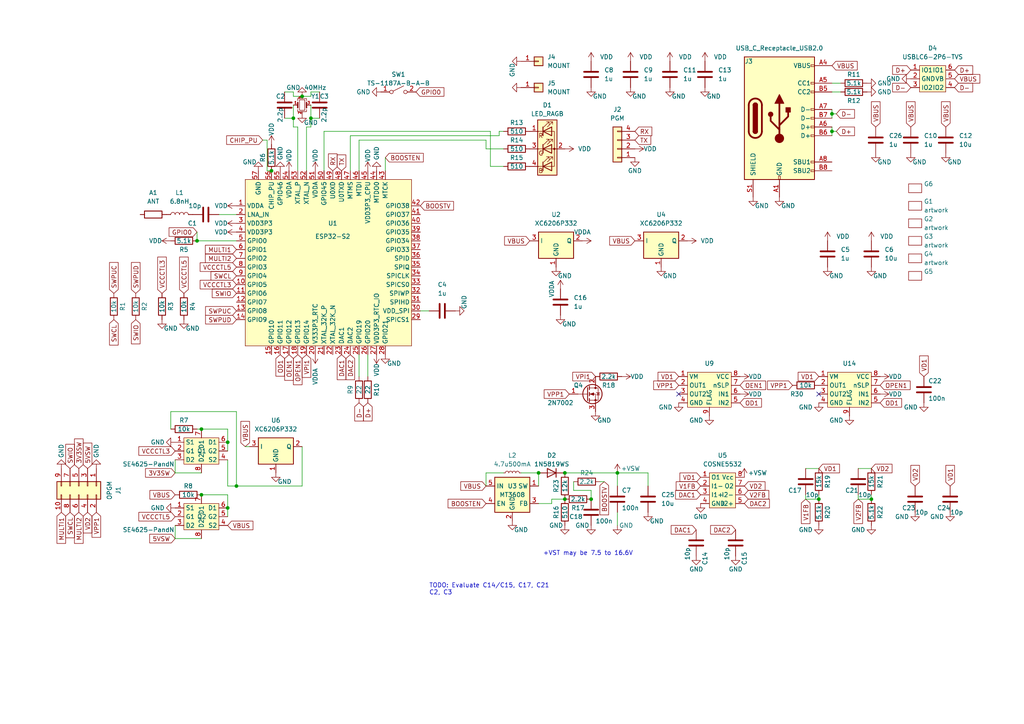
<source format=kicad_sch>
(kicad_sch (version 20231120) (generator "eeschema") (generator_version "8.0")
  (paper "A4")
  (junction (at 369.57 184.15))
  (junction (at 163.83 137.16))
  (junction (at 78.74 49.53))
  (junction (at 241.3 33.02))
  (junction (at 68.58 140.97))
  (junction (at 379.73 180.34))
  (junction (at 354.33 179.07))
  (junction (at 355.6 176.53))
  (junction (at 252.73 144.78))
  (junction (at 58.42 143.51))
  (junction (at 237.49 144.78))
  (junction (at 66.04 147.32))
  (junction (at 57.15 69.85))
  (junction (at 85.09 34.29))
  (junction (at 375.92 171.45))
  (junction (at 241.3 38.1))
  (junction (at 375.92 180.34))
  (junction (at 156.21 137.16))
  (junction (at 163.83 144.78))
  (junction (at 87.63 27.94))
  (junction (at 369.57 176.53))
  (junction (at 171.45 144.78))
  (junction (at 179.07 137.16))
  (junction (at 58.42 124.46))
  (junction (at 90.17 34.29))
  (junction (at 66.04 128.27))
  (no_connect (at 196.85 114.3))
  (no_connect (at 313.69 213.36))
  (no_connect (at 354.33 213.36))
  (no_connect (at 237.49 114.3))
  (wire (pts (xy 90.17 36.83) (xy 90.17 34.29)))
  (wire (pts (xy 179.07 137.16) (xy 187.96 137.16)))
  (wire (pts (xy 328.93 176.53) (xy 331.47 176.53)))
  (wire (pts (xy 106.68 102.87) (xy 106.68 109.22)))
  (wire (pts (xy 58.42 143.51) (xy 66.04 143.51)))
  (wire (pts (xy 179.07 137.16) (xy 179.07 140.97)))
  (wire (pts (xy 356.87 176.53) (xy 355.6 176.53)))
  (wire (pts (xy 140.97 40.64) (xy 140.97 43.18)))
  (wire (pts (xy 375.92 171.45) (xy 379.73 171.45)))
  (wire (pts (xy 58.42 124.46) (xy 66.04 124.46)))
  (wire (pts (xy 88.9 36.83) (xy 90.17 36.83)))
  (wire (pts (xy 93.98 38.1) (xy 142.24 38.1)))
  (wire (pts (xy 50.8 156.21) (xy 50.8 152.4)))
  (wire (pts (xy 166.37 142.24) (xy 171.45 142.24)))
  (wire (pts (xy 140.97 40.64) (xy 104.14 40.64)))
  (wire (pts (xy 66.04 143.51) (xy 66.04 147.32)))
  (wire (pts (xy 354.33 179.07) (xy 354.33 184.15)))
  (wire (pts (xy 111.76 45.72) (xy 111.76 49.53)))
  (wire (pts (xy 241.3 33.02) (xy 242.57 33.02)))
  (wire (pts (xy 121.92 90.17) (xy 124.46 90.17)))
  (wire (pts (xy 85.09 26.67) (xy 82.55 26.67)))
  (wire (pts (xy 90.17 26.67) (xy 92.71 26.67)))
  (wire (pts (xy 71.12 129.54) (xy 72.39 129.54)))
  (wire (pts (xy 66.04 140.97) (xy 68.58 140.97)))
  (wire (pts (xy 104.14 102.87) (xy 104.14 109.22)))
  (wire (pts (xy 241.3 31.75) (xy 241.3 33.02)))
  (wire (pts (xy 248.92 144.78) (xy 252.73 144.78)))
  (wire (pts (xy 140.97 43.18) (xy 146.05 43.18)))
  (wire (pts (xy 369.57 176.53) (xy 369.57 179.07)))
  (wire (pts (xy 63.5 62.23) (xy 68.58 62.23)))
  (wire (pts (xy 241.3 38.1) (xy 241.3 39.37)))
  (wire (pts (xy 166.37 139.7) (xy 166.37 142.24)))
  (wire (pts (xy 241.3 33.02) (xy 241.3 34.29)))
  (wire (pts (xy 175.26 139.7) (xy 173.99 139.7)))
  (wire (pts (xy 369.57 176.53) (xy 372.11 176.53)))
  (wire (pts (xy 355.6 176.53) (xy 355.6 171.45)))
  (wire (pts (xy 76.2 40.64) (xy 77.47 40.64)))
  (wire (pts (xy 57.15 124.46) (xy 58.42 124.46)))
  (wire (pts (xy 241.3 38.1) (xy 242.57 38.1)))
  (wire (pts (xy 85.09 34.29) (xy 85.09 30.48)))
  (wire (pts (xy 160.02 144.78) (xy 160.02 146.05)))
  (wire (pts (xy 369.57 184.15) (xy 372.11 184.15)))
  (wire (pts (xy 351.79 151.13) (xy 360.68 151.13)))
  (wire (pts (xy 375.92 180.34) (xy 375.92 190.5)))
  (wire (pts (xy 233.68 144.78) (xy 237.49 144.78)))
  (wire (pts (xy 356.87 184.15) (xy 354.33 184.15)))
  (wire (pts (xy 248.92 144.78) (xy 248.92 143.51)))
  (wire (pts (xy 156.21 146.05) (xy 160.02 146.05)))
  (wire (pts (xy 85.09 36.83) (xy 85.09 34.29)))
  (wire (pts (xy 101.6 49.53) (xy 101.6 39.37)))
  (wire (pts (xy 156.21 137.16) (xy 156.21 140.97)))
  (wire (pts (xy 241.3 24.13) (xy 243.84 24.13)))
  (wire (pts (xy 58.42 156.21) (xy 50.8 156.21)))
  (wire (pts (xy 354.33 179.07) (xy 356.87 179.07)))
  (wire (pts (xy 241.3 36.83) (xy 241.3 38.1)))
  (wire (pts (xy 77.47 49.53) (xy 78.74 49.53)))
  (wire (pts (xy 66.04 124.46) (xy 66.04 128.27)))
  (wire (pts (xy 77.47 40.64) (xy 77.47 49.53)))
  (wire (pts (xy 248.92 135.89) (xy 252.73 135.89)))
  (wire (pts (xy 82.55 34.29) (xy 85.09 34.29)))
  (wire (pts (xy 90.17 34.29) (xy 90.17 30.48)))
  (wire (pts (xy 233.68 144.78) (xy 233.68 143.51)))
  (wire (pts (xy 375.92 190.5) (xy 331.47 190.5)))
  (wire (pts (xy 367.03 123.19) (xy 367.03 120.65)))
  (wire (pts (xy 57.15 69.85) (xy 68.58 69.85)))
  (wire (pts (xy 88.9 49.53) (xy 88.9 36.83)))
  (wire (pts (xy 171.45 142.24) (xy 171.45 144.78)))
  (wire (pts (xy 66.04 147.32) (xy 66.04 149.86)))
  (wire (pts (xy 187.96 137.16) (xy 187.96 140.97)))
  (wire (pts (xy 151.13 137.16) (xy 156.21 137.16)))
  (wire (pts (xy 87.63 140.97) (xy 87.63 129.54)))
  (wire (pts (xy 58.42 137.16) (xy 50.8 137.16)))
  (wire (pts (xy 90.17 27.94) (xy 90.17 26.67)))
  (wire (pts (xy 356.87 181.61) (xy 355.6 181.61)))
  (wire (pts (xy 369.57 181.61) (xy 369.57 184.15)))
  (wire (pts (xy 351.79 146.05) (xy 360.68 146.05)))
  (wire (pts (xy 331.47 181.61) (xy 331.47 190.5)))
  (wire (pts (xy 142.24 48.26) (xy 146.05 48.26)))
  (wire (pts (xy 87.63 27.94) (xy 90.17 27.94)))
  (wire (pts (xy 163.83 144.78) (xy 160.02 144.78)))
  (wire (pts (xy 90.17 34.29) (xy 92.71 34.29)))
  (wire (pts (xy 179.07 148.59) (xy 179.07 152.4)))
  (wire (pts (xy 86.36 36.83) (xy 85.09 36.83)))
  (wire (pts (xy 146.05 38.1) (xy 144.78 38.1)))
  (wire (pts (xy 355.6 171.45) (xy 375.92 171.45)))
  (wire (pts (xy 241.3 26.67) (xy 243.84 26.67)))
  (wire (pts (xy 49.53 119.38) (xy 68.58 119.38)))
  (wire (pts (xy 85.09 27.94) (xy 85.09 26.67)))
  (wire (pts (xy 233.68 135.89) (xy 237.49 135.89)))
  (wire (pts (xy 237.49 143.51) (xy 237.49 144.78)))
  (wire (pts (xy 66.04 133.35) (xy 66.04 140.97)))
  (wire (pts (xy 163.83 137.16) (xy 179.07 137.16)))
  (wire (pts (xy 68.58 119.38) (xy 68.58 140.97)))
  (wire (pts (xy 144.78 38.1) (xy 144.78 39.37)))
  (wire (pts (xy 86.36 49.53) (xy 86.36 36.83)))
  (wire (pts (xy 142.24 38.1) (xy 142.24 48.26)))
  (wire (pts (xy 93.98 38.1) (xy 93.98 49.53)))
  (wire (pts (xy 87.63 27.94) (xy 85.09 27.94)))
  (wire (pts (xy 140.97 137.16) (xy 140.97 140.97)))
  (wire (pts (xy 104.14 40.64) (xy 104.14 49.53)))
  (wire (pts (xy 66.04 128.27) (xy 66.04 130.81)))
  (wire (pts (xy 57.15 67.31) (xy 57.15 69.85)))
  (wire (pts (xy 146.05 137.16) (xy 140.97 137.16)))
  (wire (pts (xy 375.92 180.34) (xy 375.92 179.07)))
  (wire (pts (xy 355.6 181.61) (xy 355.6 176.53)))
  (wire (pts (xy 355.6 120.65) (xy 367.03 120.65)))
  (wire (pts (xy 49.53 124.46) (xy 49.53 119.38)))
  (wire (pts (xy 68.58 140.97) (xy 87.63 140.97)))
  (wire (pts (xy 101.6 39.37) (xy 144.78 39.37)))
  (wire (pts (xy 252.73 143.51) (xy 252.73 144.78)))
  (wire (pts (xy 355.6 128.27) (xy 367.03 128.27)))
  (wire (pts (xy 379.73 179.07) (xy 379.73 180.34)))
  (wire (pts (xy 375.92 180.34) (xy 379.73 180.34)))
  (wire (pts (xy 50.8 137.16) (xy 50.8 133.35)))
  (text "TODO: Primitive current monitoring?\nTODO: What if I want to drive output at very low voltages?\nBelow VGSon for P fet in DWL, like 1.5V?  No?\nMaybe another N fet?" (at 303.53 140.97 0) (effects (font (size 1.27 1.27)) (justify left bottom)))
  (text "TODO: Evaluate C14/C15, C17, C21\nC2, C3" (at 124.46 172.72 0) (effects (font (size 1.27 1.27)) (justify left bottom)))
  (text "+VST may be 7.5 to 16.6V" (at 157.48 161.29 0) (effects (font (size 1.27 1.27)) (justify left bottom)))
  (global_label "VD1" (shape input) (at 275.59 140.97 90) (property "Intersheetrefs" "${INTERSHEET_REFS}" (effects (hide yes))))
  (global_label "V2FB" (shape input) (at 215.9 143.51 0) (property "Intersheetrefs" "${INTERSHEET_REFS}" (effects (hide yes))))
  (global_label "DAC1" (shape input) (at 203.2 143.51 180) (property "Intersheetrefs" "${INTERSHEET_REFS}" (effects (hide yes))))
  (global_label "D-" (shape input) (at 264.16 25.4 180) (property "Intersheetrefs" "${INTERSHEET_REFS}" (effects (hide yes))))
  (global_label "D1PDEN" (shape input) (at 377.19 111.76 180) (property "Intersheetrefs" "${INTERSHEET_REFS}" (effects (hide yes))))
  (global_label "VCCCTL3" (shape input) (at 50.8 130.81 180) (property "Intersheetrefs" "${INTERSHEET_REFS}" (effects (hide yes))))
  (global_label "SWIO" (shape input) (at 68.58 85.09 180) (property "Intersheetrefs" "${INTERSHEET_REFS}" (effects (hide yes))))
  (global_label "VD2" (shape input) (at 25.4 148.59 270) (property "Intersheetrefs" "${INTERSHEET_REFS}" (effects (hide yes))))
  (global_label "OD2" (shape input) (at 331.47 215.9 0) (property "Intersheetrefs" "${INTERSHEET_REFS}" (effects (hide yes))))
  (global_label "VPP2" (shape input) (at 346.71 210.82 180) (property "Intersheetrefs" "${INTERSHEET_REFS}" (effects (hide yes))))
  (global_label "VCCCTL3" (shape input) (at 68.58 82.55 180) (property "Intersheetrefs" "${INTERSHEET_REFS}" (effects (hide yes))))
  (global_label "VD2" (shape input) (at 252.73 135.89 0) (property "Intersheetrefs" "${INTERSHEET_REFS}" (effects (hide yes))))
  (global_label "VBUS" (shape input) (at 241.3 19.05 0) (property "Intersheetrefs" "${INTERSHEET_REFS}" (effects (hide yes))))
  (global_label "VD2" (shape input) (at 265.43 140.97 90) (property "Intersheetrefs" "${INTERSHEET_REFS}" (effects (hide yes))))
  (global_label "OD1" (shape input) (at 255.27 116.84 0) (property "Intersheetrefs" "${INTERSHEET_REFS}" (effects (hide yes))))
  (global_label "V1FB" (shape input) (at 203.2 140.97 180) (property "Intersheetrefs" "${INTERSHEET_REFS}" (effects (hide yes))))
  (global_label "DAC1" (shape input) (at 328.93 176.53 90) (property "Intersheetrefs" "${INTERSHEET_REFS}" (effects (hide yes))))
  (global_label "VPP1" (shape input) (at 355.6 123.19 0) (property "Intersheetrefs" "${INTERSHEET_REFS}" (effects (hide yes))))
  (global_label "MULTI1" (shape input) (at 68.58 72.39 180) (property "Intersheetrefs" "${INTERSHEET_REFS}" (effects (hide yes))))
  (global_label "DAC2" (shape input) (at 213.36 153.67 180) (property "Intersheetrefs" "${INTERSHEET_REFS}" (effects (hide yes))))
  (global_label "D-" (shape input) (at 242.57 33.02 0) (property "Intersheetrefs" "${INTERSHEET_REFS}" (effects (hide yes))))
  (global_label "VPP" (shape input) (at 373.38 146.05 0) (property "Intersheetrefs" "${INTERSHEET_REFS}" (effects (hide yes))))
  (global_label "SWCL" (shape input) (at 33.02 92.71 270) (property "Intersheetrefs" "${INTERSHEET_REFS}" (effects (hide yes))))
  (global_label "VD1" (shape input) (at 267.97 109.22 90) (property "Intersheetrefs" "${INTERSHEET_REFS}" (effects (hide yes))))
  (global_label "VBUS" (shape input) (at 276.86 22.86 0) (property "Intersheetrefs" "${INTERSHEET_REFS}" (effects (hide yes))))
  (global_label "SWIO" (shape input) (at 20.32 135.89 90) (property "Intersheetrefs" "${INTERSHEET_REFS}" (effects (hide yes))))
  (global_label "VPP1" (shape input) (at 377.19 106.68 180) (property "Intersheetrefs" "${INTERSHEET_REFS}" (effects (hide yes))))
  (global_label "D1OV" (shape input) (at 342.9 123.19 180) (property "Intersheetrefs" "${INTERSHEET_REFS}" (effects (hide yes))))
  (global_label "BOOSTV" (shape input) (at 175.26 139.7 270) (property "Intersheetrefs" "${INTERSHEET_REFS}" (effects (hide yes))))
  (global_label "OEN2" (shape input) (at 331.47 210.82 0) (property "Intersheetrefs" "${INTERSHEET_REFS}" (effects (hide yes))))
  (global_label "VCCCTL5" (shape input) (at 50.8 149.86 180) (property "Intersheetrefs" "${INTERSHEET_REFS}" (effects (hide yes))))
  (global_label "D-" (shape input) (at 276.86 25.4 0) (property "Intersheetrefs" "${INTERSHEET_REFS}" (effects (hide yes))))
  (global_label "VPP2" (shape input) (at 313.69 210.82 180) (property "Intersheetrefs" "${INTERSHEET_REFS}" (effects (hide yes))))
  (global_label "VBUS" (shape input) (at 264.16 36.83 90) (property "Intersheetrefs" "${INTERSHEET_REFS}" (effects (hide yes))))
  (global_label "VBUS" (shape input) (at 66.04 152.4 0) (property "Intersheetrefs" "${INTERSHEET_REFS}" (effects (hide yes))))
  (global_label "OEN1" (shape input) (at 214.63 111.76 0) (property "Intersheetrefs" "${INTERSHEET_REFS}" (effects (hide yes))))
  (global_label "RX" (shape input) (at 184.15 38.1 0) (property "Intersheetrefs" "${INTERSHEET_REFS}" (effects (hide yes))))
  (global_label "VD1" (shape input) (at 196.85 109.22 180) (property "Intersheetrefs" "${INTERSHEET_REFS}" (effects (hide yes))))
  (global_label "OEN1" (shape input) (at 83.82 102.87 270) (property "Intersheetrefs" "${INTERSHEET_REFS}" (effects (hide yes))))
  (global_label "VCCCTL3" (shape input) (at 46.99 85.09 90) (property "Intersheetrefs" "${INTERSHEET_REFS}" (effects (hide yes))))
  (global_label "5VSW" (shape input) (at 50.8 156.21 180) (property "Intersheetrefs" "${INTERSHEET_REFS}" (effects (hide yes))))
  (global_label "SWCL" (shape input) (at 68.58 80.01 180) (property "Intersheetrefs" "${INTERSHEET_REFS}" (effects (hide yes))))
  (global_label "VCCCTL5" (shape input) (at 53.34 85.09 90) (property "Intersheetrefs" "${INTERSHEET_REFS}" (effects (hide yes))))
  (global_label "VPP1" (shape input) (at 379.73 125.73 0) (property "Intersheetrefs" "${INTERSHEET_REFS}" (effects (hide yes))))
  (global_label "VBUS" (shape input) (at 140.97 140.97 180) (property "Intersheetrefs" "${INTERSHEET_REFS}" (effects (hide yes))))
  (global_label "VBUS" (shape input) (at 71.12 129.54 90) (property "Intersheetrefs" "${INTERSHEET_REFS}" (effects (hide yes))))
  (global_label "VD1" (shape input) (at 237.49 135.89 0) (property "Intersheetrefs" "${INTERSHEET_REFS}" (effects (hide yes))))
  (global_label "3V3SW" (shape input) (at 50.8 137.16 180) (property "Intersheetrefs" "${INTERSHEET_REFS}" (effects (hide yes))))
  (global_label "SWPUD" (shape input) (at 68.58 92.71 180) (property "Intersheetrefs" "${INTERSHEET_REFS}" (effects (hide yes))))
  (global_label "SWCL" (shape input) (at 20.32 148.59 270) (property "Intersheetrefs" "${INTERSHEET_REFS}" (effects (hide yes))))
  (global_label "VBUS" (shape input) (at 274.32 36.83 90) (property "Intersheetrefs" "${INTERSHEET_REFS}" (effects (hide yes))))
  (global_label "SWIO" (shape input) (at 39.37 92.71 270) (property "Intersheetrefs" "${INTERSHEET_REFS}" (effects (hide yes))))
  (global_label "D+" (shape input) (at 276.86 20.32 0) (property "Intersheetrefs" "${INTERSHEET_REFS}" (effects (hide yes))))
  (global_label "VPP1" (shape input) (at 165.1 114.3 180) (property "Intersheetrefs" "${INTERSHEET_REFS}" (effects (hide yes))))
  (global_label "SWPUC" (shape input) (at 68.58 90.17 180) (property "Intersheetrefs" "${INTERSHEET_REFS}" (effects (hide yes))))
  (global_label "OD1" (shape input) (at 214.63 116.84 0) (property "Intersheetrefs" "${INTERSHEET_REFS}" (effects (hide yes))))
  (global_label "MULTI1" (shape input) (at 17.78 148.59 270) (property "Intersheetrefs" "${INTERSHEET_REFS}" (effects (hide yes))))
  (global_label "SWPUD" (shape input) (at 39.37 85.09 90) (property "Intersheetrefs" "${INTERSHEET_REFS}" (effects (hide yes))))
  (global_label "RX" (shape input) (at 96.52 49.53 90) (property "Intersheetrefs" "${INTERSHEET_REFS}" (effects (hide yes))))
  (global_label "MULTI2" (shape input) (at 22.86 148.59 270) (property "Intersheetrefs" "${INTERSHEET_REFS}" (effects (hide yes))))
  (global_label "SWPUC" (shape input) (at 33.02 85.09 90) (property "Intersheetrefs" "${INTERSHEET_REFS}" (effects (hide yes))))
  (global_label "D1OEN" (shape input) (at 342.9 125.73 180) (property "Intersheetrefs" "${INTERSHEET_REFS}" (effects (hide yes))))
  (global_label "VD1" (shape input) (at 379.73 171.45 0) (property "Intersheetrefs" "${INTERSHEET_REFS}" (effects (hide yes))))
  (global_label "D-" (shape input) (at 104.14 116.84 270) (property "Intersheetrefs" "${INTERSHEET_REFS}" (effects (hide yes))))
  (global_label "MULTI2" (shape input) (at 68.58 74.93 180) (property "Intersheetrefs" "${INTERSHEET_REFS}" (effects (hide yes))))
  (global_label "VPP1" (shape input) (at 229.87 111.76 180) (property "Intersheetrefs" "${INTERSHEET_REFS}" (effects (hide yes))))
  (global_label "OD1" (shape input) (at 81.28 102.87 270) (property "Intersheetrefs" "${INTERSHEET_REFS}" (effects (hide yes))))
  (global_label "VD1" (shape input) (at 237.49 109.22 180) (property "Intersheetrefs" "${INTERSHEET_REFS}" (effects (hide yes))))
  (global_label "5VSW" (shape input) (at 25.4 135.89 90) (property "Intersheetrefs" "${INTERSHEET_REFS}" (effects (hide yes))))
  (global_label "DAC1" (shape input) (at 99.06 102.87 270) (property "Intersheetrefs" "${INTERSHEET_REFS}" (effects (hide yes))))
  (global_label "OD2" (shape input) (at 372.11 215.9 0) (property "Intersheetrefs" "${INTERSHEET_REFS}" (effects (hide yes))))
  (global_label "OPEN1" (shape input) (at 255.27 111.76 0) (property "Intersheetrefs" "${INTERSHEET_REFS}" (effects (hide yes))))
  (global_label "VPI1" (shape input) (at 88.9 102.87 270) (property "Intersheetrefs" "${INTERSHEET_REFS}" (effects (hide yes))))
  (global_label "VPP1" (shape input) (at 367.03 125.73 180) (property "Intersheetrefs" "${INTERSHEET_REFS}" (effects (hide yes))))
  (global_label "TX" (shape input) (at 99.06 49.53 90) (property "Intersheetrefs" "${INTERSHEET_REFS}" (effects (hide yes))))
  (global_label "VPI1" (shape input) (at 172.72 109.22 180) (property "Intersheetrefs" "${INTERSHEET_REFS}" (effects (hide yes))))
  (global_label "VBUS" (shape input) (at 184.15 69.85 180) (property "Intersheetrefs" "${INTERSHEET_REFS}" (effects (hide yes))))
  (global_label "OPEN1" (shape input) (at 86.36 102.87 270) (property "Intersheetrefs" "${INTERSHEET_REFS}" (effects (hide yes))))
  (global_label "GPIO0" (shape input) (at 120.65 26.67 0) (property "Intersheetrefs" "${INTERSHEET_REFS}" (effects (hide yes))))
  (global_label "DAC1" (shape input) (at 201.93 153.67 180) (property "Intersheetrefs" "${INTERSHEET_REFS}" (effects (hide yes))))
  (global_label "VPP1" (shape input) (at 196.85 111.76 180) (property "Intersheetrefs" "${INTERSHEET_REFS}" (effects (hide yes))))
  (global_label "TX" (shape input) (at 184.15 40.64 0) (property "Intersheetrefs" "${INTERSHEET_REFS}" (effects (hide yes))))
  (global_label "OPEN2" (shape input) (at 372.11 210.82 0) (property "Intersheetrefs" "${INTERSHEET_REFS}" (effects (hide yes))))
  (global_label "BOOSTV" (shape input) (at 121.92 59.69 0) (property "Intersheetrefs" "${INTERSHEET_REFS}" (effects (hide yes))))
  (global_label "VBUS" (shape input) (at 342.9 128.27 180) (property "Intersheetrefs" "${INTERSHEET_REFS}" (effects (hide yes))))
  (global_label "VBUS" (shape input) (at 254 36.83 90) (property "Intersheetrefs" "${INTERSHEET_REFS}" (effects (hide yes))))
  (global_label "D1PUEN" (shape input) (at 342.9 109.22 180) (property "Intersheetrefs" "${INTERSHEET_REFS}" (effects (hide yes))))
  (global_label "GPIO0" (shape input) (at 57.15 67.31 180) (property "Intersheetrefs" "${INTERSHEET_REFS}" (effects (hide yes))))
  (global_label "DAC2" (shape input) (at 215.9 146.05 0) (property "Intersheetrefs" "${INTERSHEET_REFS}" (effects (hide yes))))
  (global_label "V1FB" (shape input) (at 233.68 144.78 270) (property "Intersheetrefs" "${INTERSHEET_REFS}" (effects (hide yes))))
  (global_label "VPP1" (shape input) (at 27.94 148.59 270) (property "Intersheetrefs" "${INTERSHEET_REFS}" (effects (hide yes))))
  (global_label "VBUS" (shape input) (at 153.67 69.85 180) (property "Intersheetrefs" "${INTERSHEET_REFS}" (effects (hide yes))))
  (global_label "D+" (shape input) (at 264.16 20.32 180) (property "Intersheetrefs" "${INTERSHEET_REFS}" (effects (hide yes))))
  (global_label "VPP" (shape input) (at 373.38 151.13 0) (property "Intersheetrefs" "${INTERSHEET_REFS}" (effects (hide yes))))
  (global_label "VBUS" (shape input) (at 50.8 143.51 180) (property "Intersheetrefs" "${INTERSHEET_REFS}" (effects (hide yes))))
  (global_label "VPP" (shape input) (at 355.6 114.3 0) (property "Intersheetrefs" "${INTERSHEET_REFS}" (effects (hide yes))))
  (global_label "3V3SW" (shape input) (at 22.86 135.89 90) (property "Intersheetrefs" "${INTERSHEET_REFS}" (effects (hide yes))))
  (global_label "D+" (shape input) (at 242.57 38.1 0) (property "Intersheetrefs" "${INTERSHEET_REFS}" (effects (hide yes))))
  (global_label "VD1" (shape input) (at 203.2 138.43 180) (property "Intersheetrefs" "${INTERSHEET_REFS}" (effects (hide yes))))
  (global_label "CHIP_PU" (shape input) (at 76.2 40.64 180) (property "Intersheetrefs" "${INTERSHEET_REFS}" (effects (hide yes))))
  (global_label "VD2" (shape input) (at 215.9 140.97 0) (property "Intersheetrefs" "${INTERSHEET_REFS}" (effects (hide yes))))
  (global_label "VCCCTL5" (shape input) (at 68.58 77.47 180) (property "Intersheetrefs" "${INTERSHEET_REFS}" (effects (hide yes))))
  (global_label "V2FB" (shape input) (at 248.92 144.78 270) (property "Intersheetrefs" "${INTERSHEET_REFS}" (effects (hide yes))))
  (global_label "D+" (shape input) (at 106.68 116.84 270) (property "Intersheetrefs" "${INTERSHEET_REFS}" (effects (hide yes))))
  (global_label "BOOSTEN" (shape input) (at 111.76 45.72 0) (property "Intersheetrefs" "${INTERSHEET_REFS}" (effects (hide yes))))
  (global_label "DAC2" (shape input) (at 101.6 102.87 270) (property "Intersheetrefs" "${INTERSHEET_REFS}" (effects (hide yes))))
  (global_label "BOOSTEN" (shape input) (at 140.97 146.05 180) (property "Intersheetrefs" "${INTERSHEET_REFS}" (effects (hide yes))))
  (symbol (lib_id "Device:C") (at 328.93 180.34 0) (unit 1) (in_bom no) (on_board no) (dnp yes)
    (property "Reference" "C19" (at 330.2 177.8 0) (effects (justify left)))
    (property "Value" "330p" (at 327.66 182.88 0) (effects (justify left)))
    (property "Footprint" "Capacitor_SMD:C_0402_1005Metric" (effects (hide yes)))
    (property "LCSC" "C13533" (effects (hide yes)))
  )
  (symbol (lib_id "power:GND") (at 384.81 116.84 270) (unit 1)
    (property "Reference" "#PWR054" (effects (hide yes)))
    (property "Value" "GND" (at 379.73 116.84 90))
  )
  (symbol (lib_id "power:GND") (at 240.03 77.47 0) (unit 1)
    (property "Reference" "#PWR0126" (effects (hide yes)))
    (property "Value" "GND" (at 242.57 80.01 0))
  )
  (symbol (lib_id "Device:R") (at 233.68 111.76 270) (unit 1)
    (property "Reference" "R30" (at 231.14 114.3 90))
    (property "Value" "10k" (at 233.68 111.76 90))
    (property "Footprint" "Resistor_SMD:R_0402_1005Metric" (effects (hide yes)))
    (property "LCSC" "C144807" (effects (hide yes)))
  )
  (symbol (lib_id "power:GND") (at 355.6 130.81 90) (unit 1)
    (property "Reference" "#PWR050" (effects (hide yes)))
    (property "Value" "GND" (at 360.68 130.81 90))
  )
  (symbol (lib_id "power:VDD") (at 331.47 208.28 270) (unit 1)
    (property "Reference" "#PWR060" (effects (hide yes)))
    (property "Value" "VDD" (at 337.82 208.28 90) (effects (justify right)))
  )
  (symbol (lib_name "VDDA_1") (lib_id "power:VDDA") (at 162.56 83.82 0) (unit 1)
    (property "Reference" "#PWR017" (effects (hide yes)))
    (property "Value" "VDDA" (at 160.02 83.82 90))
  )
  (symbol (lib_id "Device:D") (at 160.02 137.16 180) (unit 1)
    (property "Reference" "D2" (at 160.02 132.08 0))
    (property "Value" "1N5819WS" (at 160.02 134.62 0))
    (property "Footprint" "Diode_SMD:D_SOD-323" (effects (hide yes)))
    (property "LCSC" "C191023" (effects (hide yes)))
  )
  (symbol (lib_id "artwork:artwork") (at 265.43 80.01 0) (unit 1)
    (property "Reference" "G5" (at 267.97 78.7399 0) (effects (justify left)))
    (property "Value" "artwork" (effects (hide yes)))
    (property "Footprint" "artwork:TentacleLargeFlip-Astronautilus" (effects (hide yes)))
  )
  (symbol (lib_id "Device:L") (at 52.07 62.23 90) (unit 1)
    (property "Reference" "L1" (at 52.07 55.88 90))
    (property "Value" "6.8nH" (at 52.07 58.42 90))
    (property "Footprint" "Inductor_SMD:L_0402_1005Metric" (effects (hide yes)))
    (property "LCSC" "C77110" (effects (hide yes)))
  )
  (symbol (lib_id "power:GND") (at 254 44.45 0) (unit 1)
    (property "Reference" "#PWR035" (effects (hide yes)))
    (property "Value" "GND" (at 256.54 46.99 0))
  )
  (symbol (lib_id "Device:R") (at 33.02 88.9 180) (unit 1)
    (property "Reference" "R1" (at 35.56 88.9 90))
    (property "Value" "10k" (at 33.02 88.9 90))
    (property "Footprint" "Resistor_SMD:R_0402_1005Metric" (effects (hide yes)))
    (property "LCSC" "C144807" (effects (hide yes)))
  )
  (symbol (lib_id "power:GND") (at 363.22 219.71 0) (unit 1)
    (property "Reference" "#PWR063" (effects (hide yes)))
    (property "Value" "GND" (at 359.41 220.98 0))
  )
  (symbol (lib_id "power:GND") (at 179.07 152.4 0) (unit 1)
    (property "Reference" "#PWR011" (effects (hide yes)))
    (property "Value" "GND" (at 181.61 152.4 0))
  )
  (symbol (lib_id "Device:LED_RAGB") (at 158.75 43.18 0) (unit 1)
    (property "Reference" "D1" (at 158.75 30.48 0))
    (property "Value" "LED_RAGB" (at 158.75 33.02 0))
    (property "Footprint" "LED_SMD:LED_WS2812B-2020_PLCC4_2.0x2.0mm" (effects (hide yes)))
    (property "LCSC" "C965840" (effects (hide yes)))
  )
  (symbol (lib_id "power:GND") (at 218.44 57.15 0) (unit 1)
    (property "Reference" "#PWR0120" (effects (hide yes)))
    (property "Value" "GND" (at 220.98 59.69 0))
  )
  (symbol (lib_name "VDDA_1") (lib_id "power:VDDA") (at 168.91 69.85 270) (unit 1)
    (property "Reference" "#PWR016" (effects (hide yes)))
    (property "Value" "VDDA" (at 168.91 67.31 90))
  )
  (symbol (lib_id "Switch:SW_SPST") (at 115.57 26.67 0) (unit 1)
    (property "Reference" "SW1" (at 115.57 21.59 0))
    (property "Value" "TS-1187A-B-A-B" (at 115.57 24.13 0))
    (property "Footprint" "Button_Switch_SMD:SW_SPST_TL3342" (effects (hide yes)))
    (property "LCSC" "C318884" (effects (hide yes)))
  )
  (symbol (lib_id "Device:C") (at 252.73 73.66 0) (unit 1)
    (property "Reference" "C6" (at 256.54 72.3899 0) (effects (justify left)))
    (property "Value" "10u" (at 256.54 74.9299 0) (effects (justify left)))
    (property "Footprint" "Capacitor_SMD:C_0603_1608Metric" (effects (hide yes)))
    (property "LCSC" "C18800" (effects (hide yes)))
  )
  (symbol (lib_id "Device:R") (at 44.45 62.23 270) (unit 1)
    (property "Reference" "A1" (at 44.45 55.88 90))
    (property "Value" "ANT" (at 44.45 58.42 90))
    (property "Footprint" "Resistor_SMD:R_1206_3216Metric" (effects (hide yes)))
    (property "LCSC" "C127629" (effects (hide yes)))
  )
  (symbol (lib_name "VDDA_1") (lib_id "power:VDDA") (at 91.44 102.87 180) (unit 1)
    (property "Reference" "#PWR015" (effects (hide yes)))
    (property "Value" "VDDA" (at 91.44 109.22 90))
  )
  (symbol (lib_id "Device:R") (at 53.34 124.46 90) (unit 1)
    (property "Reference" "R7" (at 53.34 121.92 90))
    (property "Value" "10k" (at 53.34 124.46 90))
    (property "Footprint" "Resistor_SMD:R_0402_1005Metric" (effects (hide yes)))
    (property "LCSC" "C144807" (effects (hide yes)))
  )
  (symbol (lib_id "power:VDD") (at 214.63 114.3 270) (unit 1)
    (property "Reference" "#PWR036" (effects (hide yes)))
    (property "Value" "VDD" (at 220.98 114.3 90) (effects (justify right)))
  )
  (symbol (lib_id "Regulator_Linear:IFX27001TFV26") (at 80.01 129.54 0) (unit 1)
    (property "Reference" "U6" (at 80.01 121.92 0))
    (property "Value" "XC6206P332" (at 80.01 124.46 0))
    (property "Footprint" "Package_TO_SOT_SMD:SOT-23" (effects (hide yes)))
    (property "LCSC" "C5446" (effects (hide yes)))
  )
  (symbol (lib_id "power:GND") (at 148.59 151.13 0) (unit 1)
    (property "Reference" "#PWR08" (effects (hide yes)))
    (property "Value" "GND" (at 151.13 153.67 0))
  )
  (symbol (lib_id "power:GND") (at 355.6 125.73 90) (unit 1)
    (property "Reference" "#PWR049" (effects (hide yes)))
    (property "Value" "GND" (at 358.14 127 90))
  )
  (symbol (lib_id "artwork:artwork") (at 265.43 74.93 0) (unit 1)
    (property "Reference" "G4" (at 267.97 73.6599 0) (effects (justify left)))
    (property "Value" "artwork" (at 267.97 76.1999 0) (effects (justify left)))
    (property "Footprint" "artwork:Tentacle4-Astronautilus" (effects (hide yes)))
  )
  (symbol (lib_id "power:GND") (at 191.77 77.47 0) (unit 1)
    (property "Reference" "#PWR0129" (effects (hide yes)))
    (property "Value" "GND" (at 194.31 80.01 0))
  )
  (symbol (lib_id "power:GND") (at 213.36 161.29 0) (unit 1)
    (property "Reference" "#PWR06" (effects (hide yes)))
    (property "Value" "GND" (at 213.36 165.1 0))
  )
  (symbol (lib_id "power:GND") (at 196.85 116.84 0) (unit 1)
    (property "Reference" "#PWR038" (effects (hide yes)))
    (property "Value" "GND" (at 193.04 118.11 0))
  )
  (symbol (lib_id "power:VDD") (at 194.31 17.78 0) (unit 1)
    (property "Reference" "#PWR0157" (effects (hide yes)))
    (property "Value" "VDD" (at 196.85 16.5099 0) (effects (justify left)))
  )
  (symbol (lib_id "power:GND") (at 351.79 153.67 90) (unit 1)
    (property "Reference" "#PWR026" (effects (hide yes)))
    (property "Value" "GND" (at 351.79 156.21 90))
  )
  (symbol (lib_id "Device:R") (at 149.86 43.18 90) (unit 1)
    (property "Reference" "R14" (at 149.86 40.64 90))
    (property "Value" "510" (at 149.86 43.18 90))
    (property "Footprint" "Resistor_SMD:R_0402_1005Metric" (effects (hide yes)))
    (property "LCSC" "C25123" (effects (hide yes)))
  )
  (symbol (lib_id "power:VDD") (at 171.45 17.78 0) (unit 1)
    (property "Reference" "#PWR0150" (effects (hide yes)))
    (property "Value" "VDD" (at 173.99 16.5099 0) (effects (justify left)))
  )
  (symbol (lib_id "Device:Q_NMOS_GDS") (at 382.27 111.76 0) (unit 1) (in_bom no) (on_board no) (dnp yes)
    (property "Reference" "Q7" (at 378.46 109.22 0) (effects (justify left)))
    (property "Value" "MOT2302" (at 370.84 114.3 0) (effects (justify left)))
    (property "Footprint" "Package_TO_SOT_SMD:SOT-23" (effects (hide yes)))
    (property "LCSC" "C5143129" (effects (hide yes)))
  )
  (symbol (lib_id "artwork:artwork") (at 265.43 69.85 0) (unit 1)
    (property "Reference" "G3" (at 267.97 68.5799 0) (effects (justify left)))
    (property "Value" "artwork" (at 267.97 71.1199 0) (effects (justify left)))
    (property "Footprint" "artwork:BoatOnWaterLarge-Astronautilus" (effects (hide yes)))
  )
  (symbol (lib_id "power:GND") (at 27.94 135.89 180) (unit 1)
    (property "Reference" "#PWR0104" (effects (hide yes)))
    (property "Value" "GND" (at 27.94 130.81 90))
  )
  (symbol (lib_id "cnhardware:HP3000-AD000-HD08R-DUAL-LOW-DRIVER") (at 344.17 147.32 0) (unit 1) (in_bom no) (on_board no) (dnp yes)
    (property "Reference" "U8" (at 341.63 153.67 0))
    (property "Value" "HP3000" (at 344.17 156.21 0))
    (property "Footprint" "Package_DFN_QFN:DFN-8-1EP_2x2mm_P0.5mm_EP0.6x1.2mm" (effects (hide yes)))
    (property "LCSC" "C22394787" (effects (hide yes)))
  )
  (symbol (lib_id "Device:R") (at 379.73 175.26 180) (unit 1) (in_bom no) (on_board no) (dnp yes)
    (property "Reference" "R26" (at 382.27 175.26 90))
    (property "Value" "15k" (at 379.73 175.26 90))
    (property "Footprint" "Resistor_SMD:R_0402_1005Metric" (effects (hide yes)))
    (property "LCSC" "C25756" (effects (hide yes)))
  )
  (symbol (lib_id "power:GND") (at 322.58 219.71 0) (unit 1)
    (property "Reference" "#PWR059" (effects (hide yes)))
    (property "Value" "GND" (at 318.77 220.98 0))
  )
  (symbol (lib_id "Device:C") (at 248.92 139.7 0) (unit 1)
    (property "Reference" "C21" (at 245.11 142.24 0) (effects (justify left)))
    (property "Value" "10p" (at 248.92 143.51 0) (effects (justify left)))
    (property "Footprint" "Capacitor_SMD:C_0402_1005Metric" (effects (hide yes)))
    (property "LCSC" "C106199" (effects (hide yes)))
  )
  (symbol (lib_id "Device:C") (at 275.59 144.78 0) (unit 1)
    (property "Reference" "C24" (at 271.78 147.32 0) (effects (justify left)))
    (property "Value" "10p" (at 275.59 148.59 0) (effects (justify left)))
    (property "Footprint" "Capacitor_SMD:C_0402_1005Metric" (effects (hide yes)))
    (property "LCSC" "C106199" (effects (hide yes)))
  )
  (symbol (lib_id "power:GND") (at 354.33 215.9 0) (unit 1)
    (property "Reference" "#PWR062" (effects (hide yes)))
    (property "Value" "GND" (at 350.52 217.17 0))
  )
  (symbol (lib_id "power:VD") (at 363.22 111.76 270) (unit 1)
    (property "Reference" "#PWR051" (effects (hide yes)))
    (property "Value" "VD" (at 364.49 107.95 0) (effects (justify left)))
  )
  (symbol (lib_id "artwork:artwork") (at 265.43 64.77 0) (unit 1)
    (property "Reference" "G2" (at 267.97 63.4999 0) (effects (justify left)))
    (property "Value" "artwork" (at 267.97 66.0399 0) (effects (justify left)))
    (property "Footprint" "artwork:Tentacle2-Astronautilus" (effects (hide yes)))
  )
  (symbol (lib_id "Device:R") (at 350.52 210.82 270) (unit 1) (in_bom no) (on_board no) (dnp yes)
    (property "Reference" "R31" (at 347.98 213.36 90))
    (property "Value" "10k" (at 350.52 210.82 90))
    (property "Footprint" "Resistor_SMD:R_0402_1005Metric" (effects (hide yes)))
    (property "LCSC" "C144807" (effects (hide yes)))
  )
  (symbol (lib_id "cnhardware:BDR6122TC-MOTOR-DRIVER") (at 246.38 113.03 0) (unit 1)
    (property "Reference" "U14" (at 246.38 105.41 0))
    (property "Value" "AT8837" (effects (hide yes)))
    (property "Footprint" "Package_DFN_QFN:DFN-8-1EP_2x2mm_P0.45mm_EP0.64x1.38mm" (effects (hide yes)))
    (property "LCSC" "C2901459" (effects (hide yes)))
  )
  (symbol (lib_id "power:VDD") (at 49.53 69.85 90) (unit 1)
    (property "Reference" "#PWR0106" (effects (hide yes)))
    (property "Value" "VDD" (at 43.18 69.85 90) (effects (justify right)))
  )
  (symbol (lib_id "power:VDD") (at 109.22 102.87 180) (unit 1)
    (property "Reference" "#PWR0133" (effects (hide yes)))
    (property "Value" "VDD" (at 109.22 109.22 90) (effects (justify right)))
  )
  (symbol (lib_id "power:+VSW") (at 342.9 120.65 90) (unit 1)
    (property "Reference" "#PWR047" (effects (hide yes)))
    (property "Value" "+VSW" (at 336.55 120.65 90))
  )
  (symbol (lib_id "Device:C") (at 233.68 139.7 0) (unit 1)
    (property "Reference" "C17" (at 228.6 142.24 0) (effects (justify left)))
    (property "Value" "10p" (at 233.68 143.51 0) (effects (justify left)))
    (property "Footprint" "Capacitor_SMD:C_0402_1005Metric" (effects (hide yes)))
    (property "LCSC" "C106199" (effects (hide yes)))
  )
  (symbol (lib_id "power:VDD") (at 68.58 67.31 90) (unit 1)
    (property "Reference" "#PWR0102" (effects (hide yes)))
    (property "Value" "VDD" (at 62.23 67.31 90) (effects (justify right)))
  )
  (symbol (lib_id "power:GND") (at 111.76 102.87 0) (unit 1)
    (property "Reference" "#PWR0160" (effects (hide yes)))
    (property "Value" "GND" (at 114.3 105.41 0))
  )
  (symbol (lib_id "Device:R") (at 149.86 48.26 90) (unit 1)
    (property "Reference" "R15" (at 149.86 45.72 90))
    (property "Value" "510" (at 149.86 48.26 90))
    (property "Footprint" "Resistor_SMD:R_0402_1005Metric" (effects (hide yes)))
    (property "LCSC" "C25123" (effects (hide yes)))
  )
  (symbol (lib_id "power:GND") (at 109.22 49.53 180) (unit 1)
    (property "Reference" "#PWR0110" (effects (hide yes)))
    (property "Value" "GND" (at 109.22 44.45 90))
  )
  (symbol (lib_id "power:VD") (at 379.73 123.19 270) (unit 1)
    (property "Reference" "#PWR052" (effects (hide yes)))
    (property "Value" "VD" (at 383.54 123.19 90) (effects (justify left)))
  )
  (symbol (lib_id "power:GND") (at 50.8 128.27 270) (unit 1)
    (property "Reference" "#PWR0135" (effects (hide yes)))
    (property "Value" "GND" (at 45.72 128.27 90))
  )
  (symbol (lib_id "Device:C") (at 254 40.64 180) (unit 1)
    (property "Reference" "C26" (at 257.81 39.3699 0) (effects (justify right)))
    (property "Value" "1u" (at 257.81 41.9099 0) (effects (justify right)))
    (property "Footprint" "Capacitor_SMD:C_0402_1005Metric" (effects (hide yes)))
    (property "LCSC" "C106254" (effects (hide yes)))
  )
  (symbol (lib_id "cnhardware:ZDT6790-COMPLEMENTARY-BJT") (at 363.22 180.34 0) (unit 1) (in_bom no) (on_board no) (dnp yes)
    (property "Reference" "U11" (at 363.22 170.18 0))
    (property "Value" "ZDT6790TA" (at 363.22 172.72 0))
    (property "Footprint" "Package_TO_SOT_SMD:SOT-223-8" (effects (hide yes)))
    (property "LCSC" "C460114" (effects (hide yes)))
  )
  (symbol (lib_id "power:GND") (at 373.38 148.59 90) (unit 1)
    (property "Reference" "#PWR028" (effects (hide yes)))
    (property "Value" "GND" (at 378.46 148.59 90))
  )
  (symbol (lib_id "power:GND") (at 275.59 148.59 0) (unit 1)
    (property "Reference" "#PWR033" (effects (hide yes)))
    (property "Value" "GND" (at 271.78 149.86 0))
  )
  (symbol (lib_id "power:GND") (at 184.15 45.72 0) (unit 1)
    (property "Reference" "#PWR0128" (effects (hide yes)))
    (property "Value" "GND" (at 184.15 49.53 0))
  )
  (symbol (lib_id "power:VDD") (at 184.15 43.18 270) (unit 1)
    (property "Reference" "#PWR0107" (effects (hide yes)))
    (property "Value" "VDD" (at 190.5 43.18 90) (effects (justify right)))
  )
  (symbol (lib_id "Regulator_Switching:MT3608") (at 148.59 143.51 0) (unit 1)
    (property "Reference" "U3" (at 148.59 140.97 0))
    (property "Value" "MT3608" (at 148.59 143.51 0))
    (property "Footprint" "Package_TO_SOT_SMD:SOT-23-6" (effects (hide yes)))
    (property "Datasheet" "https://www.olimex.com/Products/Breadboarding/BB-PWR-3608/resources/MT3608.pdf" (effects (hide yes)))
    (property "LCSC" "C84817" (effects (hide yes)))
  )
  (symbol (lib_id "power:GND") (at 182.88 25.4 0) (unit 1)
    (property "Reference" "#PWR0148" (effects (hide yes)))
    (property "Value" "GND" (at 185.42 27.94 0))
  )
  (symbol (lib_id "power:GND") (at 265.43 148.59 0) (unit 1)
    (property "Reference" "#PWR032" (effects (hide yes)))
    (property "Value" "GND" (at 261.62 149.86 0))
  )
  (symbol (lib_id "power:GND") (at 313.69 215.9 0) (unit 1)
    (property "Reference" "#PWR058" (effects (hide yes)))
    (property "Value" "GND" (at 309.88 217.17 0))
  )
  (symbol (lib_id "power:GND") (at 194.31 25.4 0) (unit 1)
    (property "Reference" "#PWR0156" (effects (hide yes)))
    (property "Value" "GND" (at 196.85 27.94 0))
  )
  (symbol (lib_id "power:GND") (at 336.55 186.69 0) (unit 1)
    (property "Reference" "#PWR041" (effects (hide yes)))
    (property "Value" "GND" (at 339.09 189.23 0))
  )
  (symbol (lib_id "cnhardware:LM2903-SOIC8") (at 209.55 142.24 0) (unit 1)
    (property "Reference" "U5" (at 209.55 132.08 0))
    (property "Value" "COSNE5532" (at 209.55 134.62 0))
    (property "Footprint" "Package_SO:MSOP-8_3x3mm_P0.65mm" (effects (hide yes)))
    (property "LCSC" "C2685366" (effects (hide yes)))
  )
  (symbol (lib_id "Device:C") (at 179.07 144.78 0) (unit 1)
    (property "Reference" "C7" (at 180.34 142.24 0) (effects (justify left)))
    (property "Value" "100n" (at 180.34 147.32 0) (effects (justify left)))
    (property "Footprint" "Capacitor_SMD:C_0402_1005Metric" (effects (hide yes)))
    (property "LCSC" "C307331" (effects (hide yes)))
  )
  (symbol (lib_id "power:VDD") (at 214.63 109.22 270) (unit 1)
    (property "Reference" "#PWR018" (effects (hide yes)))
    (property "Value" "VDD" (at 220.98 109.22 90) (effects (justify right)))
  )
  (symbol (lib_id "Device:C") (at 194.31 21.59 0) (unit 1)
    (property "Reference" "C11" (at 198.12 20.3199 0) (effects (justify left)))
    (property "Value" "1u" (at 198.12 22.8599 0) (effects (justify left)))
    (property "Footprint" "Capacitor_SMD:C_0402_1005Metric" (effects (hide yes)))
    (property "LCSC" "C106254" (effects (hide yes)))
  )
  (symbol (lib_id "power:GND") (at 17.78 135.89 180) (unit 1)
    (property "Reference" "#PWR0105" (effects (hide yes)))
    (property "Value" "GND" (at 17.78 130.81 90))
  )
  (symbol (lib_id "power:GND") (at 151.13 17.78 270) (unit 1)
    (property "Reference" "#PWR0158" (effects (hide yes)))
    (property "Value" "GND" (at 148.59 20.32 0))
  )
  (symbol (lib_id "cnhardware:BDR6122TC-MOTOR-DRIVER") (at 205.74 113.03 0) (unit 1)
    (property "Reference" "U9" (at 205.74 105.41 0))
    (property "Value" "AT8837" (effects (hide yes)))
    (property "Footprint" "Package_DFN_QFN:DFN-8-1EP_2x2mm_P0.45mm_EP0.64x1.38mm" (effects (hide yes)))
    (property "LCSC" "C2901459" (effects (hide yes)))
  )
  (symbol (lib_id "power:GND") (at 264.16 44.45 0) (unit 1)
    (property "Reference" "#PWR0152" (effects (hide yes)))
    (property "Value" "GND" (at 266.7 46.99 0))
  )
  (symbol (lib_id "Device:R") (at 106.68 113.03 0) (unit 1)
    (property "Reference" "R10" (at 109.22 113.03 90))
    (property "Value" "22" (at 106.68 113.03 90))
    (property "Footprint" "Resistor_SMD:R_0402_1005Metric" (effects (hide yes)))
    (property "LCSC" "C25092" (effects (hide yes)))
  )
  (symbol (lib_id "power:GND") (at 171.45 152.4 0) (unit 1)
    (property "Reference" "#PWR030" (effects (hide yes)))
    (property "Value" "GND" (at 168.91 152.4 0))
  )
  (symbol (lib_id "power:GND") (at 53.34 92.71 0) (unit 1)
    (property "Reference" "#PWR0109" (effects (hide yes)))
    (property "Value" "GND" (at 55.88 95.25 0))
  )
  (symbol (lib_id "power:GND") (at 251.46 26.67 90) (unit 1)
    (property "Reference" "#PWR0153" (effects (hide yes)))
    (property "Value" "GND" (at 256.54 26.67 90))
  )
  (symbol (lib_id "power:GND") (at 336.55 148.59 270) (unit 1)
    (property "Reference" "#PWR022" (effects (hide yes)))
    (property "Value" "GND" (at 331.47 148.59 90))
  )
  (symbol (lib_id "power:GND") (at 87.63 27.94 180) (unit 1)
    (property "Reference" "#PWR0117" (effects (hide yes)))
    (property "Value" "GND" (at 85.09 25.4 0))
  )
  (symbol (lib_id "power:VDD") (at 182.88 17.78 0) (unit 1)
    (property "Reference" "#PWR0155" (effects (hide yes)))
    (property "Value" "VDD" (at 185.42 16.5099 0) (effects (justify left)))
  )
  (symbol (lib_id "Connector_Generic:Conn_02x05_Odd_Even") (at 22.86 140.97 270) (unit 1)
    (property "Reference" "J1" (at 34.29 142.24 0))
    (property "Value" "OPGM" (at 31.75 142.24 0))
    (property "Footprint" "Connector_PinHeader_2.54mm:PinHeader_2x05_P2.54mm_Horizontal" (effects (hide yes)))
    (property "LCSC" "C239336" (effects (hide yes)))
  )
  (symbol (lib_id "power:GND") (at 252.73 77.47 0) (unit 1)
    (property "Reference" "#PWR0124" (effects (hide yes)))
    (property "Value" "GND" (at 255.27 80.01 0))
  )
  (symbol (lib_id "Device:R") (at 379.73 184.15 180) (unit 1) (in_bom no) (on_board no) (dnp yes)
    (property "Reference" "R27" (at 382.27 184.15 90))
    (property "Value" "5.1k" (at 379.73 184.15 90))
    (property "Footprint" "Resistor_SMD:R_0402_1005Metric" (effects (hide yes)))
    (property "LCSC" "C105872" (effects (hide yes)))
  )
  (symbol (lib_id "power:VDD") (at 91.44 49.53 0) (unit 1)
    (property "Reference" "#PWR034" (effects (hide yes)))
    (property "Value" "VDD" (at 91.44 43.18 90) (effects (justify right)))
  )
  (symbol (lib_id "power:GND") (at 163.83 152.4 0) (unit 1)
    (property "Reference" "#PWR09" (effects (hide yes)))
    (property "Value" "GND" (at 161.29 152.4 0))
  )
  (symbol (lib_id "artwork:artwork") (at 265.43 59.69 0) (unit 1)
    (property "Reference" "G1" (at 267.97 58.4199 0) (effects (justify left)))
    (property "Value" "artwork" (at 267.97 60.9599 0) (effects (justify left)))
    (property "Footprint" "artwork:Tentacle1-Astronautilus" (effects (hide yes)))
  )
  (symbol (lib_id "power:+VSW") (at 179.07 137.16 0) (unit 1)
    (property "Reference" "#PWR010" (effects (hide yes)))
    (property "Value" "+VSW" (at 182.88 135.89 0))
  )
  (symbol (lib_id "power:+VSW") (at 354.33 208.28 90) (unit 1)
    (property "Reference" "#PWR013" (effects (hide yes)))
    (property "Value" "+VSW" (at 353.06 204.47 90))
  )
  (symbol (lib_id "Device:C") (at 162.56 87.63 0) (unit 1)
    (property "Reference" "C16" (at 166.37 86.3599 0) (effects (justify left)))
    (property "Value" "1u" (at 166.37 88.8999 0) (effects (justify left)))
    (property "Footprint" "Capacitor_SMD:C_0402_1005Metric" (effects (hide yes)))
    (property "LCSC" "C106254" (effects (hide yes)))
  )
  (symbol (lib_id "power:VDD") (at 83.82 49.53 0) (unit 1)
    (property "Reference" "#PWR070" (effects (hide yes)))
    (property "Value" "VDD" (at 83.82 43.18 90) (effects (justify right)))
  )
  (symbol (lib_id "Device:R") (at 149.86 38.1 90) (unit 1)
    (property "Reference" "R13" (at 149.86 35.56 90))
    (property "Value" "510" (at 149.86 38.1 90))
    (property "Footprint" "Resistor_SMD:R_0402_1005Metric" (effects (hide yes)))
    (property "LCSC" "C25123" (effects (hide yes)))
  )
  (symbol (lib_id "Device:R") (at 359.41 111.76 270) (unit 1) (in_bom no) (on_board no) (dnp yes)
    (property "Reference" "R28" (at 360.68 109.22 90))
    (property "Value" "10k" (at 359.41 111.76 90))
    (property "Footprint" "Resistor_SMD:R_0402_1005Metric" (effects (hide yes)))
    (property "LCSC" "C144807" (effects (hide yes)))
  )
  (symbol (lib_id "power:GND") (at 162.56 91.44 0) (unit 1)
    (property "Reference" "#PWR066" (effects (hide yes)))
    (property "Value" "GND" (at 165.1 93.98 0))
  )
  (symbol (lib_id "Device:C") (at 274.32 40.64 0) (unit 1)
    (property "Reference" "C12" (at 278.13 39.3699 0) (effects (justify left)))
    (property "Value" "10u" (at 278.13 41.9099 0) (effects (justify left)))
    (property "Footprint" "Capacitor_SMD:C_0603_1608Metric" (effects (hide yes)))
    (property "LCSC" "C18800" (effects (hide yes)))
  )
  (symbol (lib_id "esp32s2:ESP32-S2") (at 95.25 76.2 0) (unit 1)
    (property "Reference" "U1" (at 96.52 64.77 0))
    (property "Value" "ESP32-S2" (at 96.52 68.58 0))
    (property "Footprint" "cnhardware:ESP32S2" (effects (hide yes)))
    (property "LCSC" "C2840995" (effects (hide yes)))
  )
  (symbol (lib_id "artwork:artwork") (at 265.43 54.61 0) (unit 1)
    (property "Reference" "G6" (at 267.97 53.3399 0) (effects (justify left)))
    (property "Value" "artwork" (effects (hide yes)))
    (property "Footprint" "artwork:TentacleLarge-Astronautilus" (effects (hide yes)))
  )
  (symbol (lib_id "power:GND") (at 251.46 24.13 90) (unit 1)
    (property "Reference" "#PWR0154" (effects (hide yes)))
    (property "Value" "GND" (at 256.54 24.13 90))
  )
  (symbol (lib_id "power:GND") (at 274.32 44.45 0) (unit 1)
    (property "Reference" "#PWR0151" (effects (hide yes)))
    (property "Value" "GND" (at 276.86 46.99 0))
  )
  (symbol (lib_id "power:VDD") (at 78.74 41.91 0) (unit 1)
    (property "Reference" "#PWR03" (effects (hide yes)))
    (property "Value" "VDD" (at 78.74 35.56 90) (effects (justify right)))
  )
  (symbol (lib_id "power:GND") (at 204.47 25.4 0) (unit 1)
    (property "Reference" "#PWR02" (effects (hide yes)))
    (property "Value" "GND" (at 207.01 27.94 0))
  )
  (symbol (lib_id "Device:C") (at 213.36 157.48 180) (unit 1)
    (property "Reference" "C15" (at 215.9 160.02 90) (effects (justify left)))
    (property "Value" "10p" (at 210.82 158.75 90) (effects (justify left)))
    (property "Footprint" "Capacitor_SMD:C_0402_1005Metric" (effects (hide yes)))
    (property "LCSC" "C106199" (effects (hide yes)))
  )
  (symbol (lib_id "power:GND") (at 187.96 148.59 0) (unit 1)
    (property "Reference" "#PWR069" (effects (hide yes)))
    (property "Value" "GND" (at 190.5 151.13 0))
  )
  (symbol (lib_id "Device:R") (at 53.34 69.85 90) (unit 1)
    (property "Reference" "R5" (at 53.34 72.39 90))
    (property "Value" "5.1k" (at 53.34 69.85 90))
    (property "Footprint" "Resistor_SMD:R_0402_1005Metric" (effects (hide yes)))
    (property "LCSC" "C105872" (effects (hide yes)))
  )
  (symbol (lib_id "power:GND") (at 355.6 109.22 90) (unit 1)
    (property "Reference" "#PWR048" (effects (hide yes)))
    (property "Value" "GND" (at 358.14 106.68 90))
  )
  (symbol (lib_id "power:GND") (at 172.72 119.38 0) (unit 1)
    (property "Reference" "#PWR067" (effects (hide yes)))
    (property "Value" "GND" (at 175.26 121.92 0))
  )
  (symbol (lib_id "power:GND") (at 87.63 33.02 0) (unit 1)
    (property "Reference" "#PWR0118" (effects (hide yes)))
    (property "Value" "GND" (at 90.17 35.56 0))
  )
  (symbol (lib_id "SE4625-PandN:SE4625-PandN") (at 58.42 130.81 0) (unit 1)
    (property "Reference" "Q1" (at 57.15 130.81 0) (effects (justify left)))
    (property "Value" "SE4625-PandN" (at 35.56 134.62 0) (effects (justify left)))
    (property "Footprint" "cnhardware:DFN-6-2x2-SplitPad" (effects (hide yes)))
    (property "LCSC" "C730094" (effects (hide yes)))
  )
  (symbol (lib_id "Device:R") (at 78.74 45.72 180) (unit 1)
    (property "Reference" "R6" (at 76.2 45.72 90))
    (property "Value" "5.1k" (at 78.74 45.72 90))
    (property "Footprint" "Resistor_SMD:R_0402_1005Metric" (effects (hide yes)))
    (property "LCSC" "C105872" (effects (hide yes)))
  )
  (symbol (lib_id "power:GND") (at 372.11 176.53 0) (unit 1)
    (property "Reference" "#PWR042" (effects (hide yes)))
    (property "Value" "GND" (at 370.84 180.34 0))
  )
  (symbol (lib_id "power:GND") (at 171.45 25.4 0) (unit 1)
    (property "Reference" "#PWR0149" (effects (hide yes)))
    (property "Value" "GND" (at 173.99 27.94 0))
  )
  (symbol (lib_id "power:GND") (at 252.73 152.4 0) (unit 1)
    (property "Reference" "#PWR029" (effects (hide yes)))
    (property "Value" "GND" (at 248.92 153.67 0))
  )
  (symbol (lib_id "Device:R") (at 381 106.68 270) (unit 1) (in_bom no) (on_board no) (dnp yes)
    (property "Reference" "R29" (at 382.27 104.14 90))
    (property "Value" "10k" (at 381 106.68 90))
    (property "Footprint" "Resistor_SMD:R_0402_1005Metric" (effects (hide yes)))
    (property "LCSC" "C144807" (effects (hide yes)))
  )
  (symbol (lib_id "power:GND") (at 110.49 26.67 270) (unit 1)
    (property "Reference" "#PWR0116" (effects (hide yes)))
    (property "Value" "GND" (at 105.41 26.67 90))
  )
  (symbol (lib_id "power:GND") (at 379.73 128.27 90) (unit 1)
    (property "Reference" "#PWR053" (effects (hide yes)))
    (property "Value" "GND" (at 384.81 128.27 90))
  )
  (symbol (lib_id "power:+VSW") (at 336.55 143.51 90) (unit 1)
    (property "Reference" "#PWR025" (effects (hide yes)))
    (property "Value" "+VSW" (at 330.2 143.51 90))
  )
  (symbol (lib_id "Device:C") (at 82.55 30.48 0) (unit 1)
    (property "Reference" "C2" (at 80.01 27.94 0) (effects (justify left)))
    (property "Value" "2.2p" (at 81.28 35.56 90) (effects (justify left)))
    (property "Footprint" "Capacitor_SMD:C_0402_1005Metric" (effects (hide yes)))
    (property "LCSC" "C1559" (effects (hide yes)))
  )
  (symbol (lib_id "power:VDD") (at 204.47 17.78 0) (unit 1)
    (property "Reference" "#PWR01" (effects (hide yes)))
    (property "Value" "VDD" (at 207.01 16.5099 0) (effects (justify left)))
  )
  (symbol (lib_id "Device:R") (at 46.99 88.9 180) (unit 1)
    (property "Reference" "R3" (at 49.53 88.9 90))
    (property "Value" "10k" (at 46.99 88.9 90))
    (property "Footprint" "Resistor_SMD:R_0402_1005Metric" (effects (hide yes)))
    (property "LCSC" "C144807" (effects (hide yes)))
  )
  (symbol (lib_id "Device:C") (at 187.96 144.78 0) (unit 1)
    (property "Reference" "C25" (at 191.77 143.5099 0) (effects (justify left)))
    (property "Value" "10u" (at 191.77 146.0499 0) (effects (justify left)))
    (property "Footprint" "Capacitor_SMD:C_0603_1608Metric" (effects (hide yes)))
    (property "LCSC" "C18800" (effects (hide yes)))
  )
  (symbol (lib_id "power:VDD") (at 199.39 69.85 270) (unit 1)
    (property "Reference" "#PWR0130" (effects (hide yes)))
    (property "Value" "VDD" (at 203.2 69.8499 90) (effects (justify left)))
  )
  (symbol (lib_id "power:GND") (at 80.01 137.16 0) (unit 1)
    (property "Reference" "#PWR071" (effects (hide yes)))
    (property "Value" "GND" (at 82.55 139.7 0))
  )
  (symbol (lib_id "power:GND") (at 264.16 22.86 270) (unit 1)
    (property "Reference" "#PWR0122" (effects (hide yes)))
    (property "Value" "GND" (at 259.08 22.86 90))
  )
  (symbol (lib_id "power:GND") (at 81.28 49.53 180) (unit 1)
    (property "Reference" "#PWR0115" (effects (hide yes)))
    (property "Value" "GND" (at 81.28 44.45 90))
  )
  (symbol (lib_id "cnhardware:NCP81155-GATE-DRIVER") (at 349.25 124.46 0) (unit 1) (in_bom no) (on_board no) (dnp yes)
    (property "Reference" "U13" (at 346.71 130.81 0))
    (property "Value" "~" (at 349.25 124.46 0))
    (property "Footprint" "Package_DFN_QFN:DFN-8-1EP_3x3mm_P0.5mm_EP1.65x2.38mm" (effects (hide yes)))
    (property "LCSC" "C173765" (effects (hide yes)))
  )
  (symbol (lib_id "Device:C") (at 375.92 175.26 0) (unit 1) (in_bom no) (on_board no) (dnp yes)
    (property "Reference" "C20" (at 370.84 170.18 0) (effects (justify left)))
    (property "Value" "10p" (at 375.92 179.07 0) (effects (justify left)))
    (property "Footprint" "Capacitor_SMD:C_0402_1005Metric" (effects (hide yes)))
    (property "LCSC" "C106199" (effects (hide yes)))
  )
  (symbol (lib_id "power:VDD") (at 331.47 213.36 270) (unit 1)
    (property "Reference" "#PWR061" (effects (hide yes)))
    (property "Value" "VDD" (at 337.82 213.36 90) (effects (justify right)))
  )
  (symbol (lib_id "power:GND") (at 237.49 152.4 0) (unit 1)
    (property "Reference" "#PWR021" (effects (hide yes)))
    (property "Value" "GND" (at 233.68 153.67 0))
  )
  (symbol (lib_id "power:GND") (at 151.13 25.4 270) (unit 1)
    (property "Reference" "#PWR0159" (effects (hide yes)))
    (property "Value" "GND" (effects (hide yes)))
  )
  (symbol (lib_id "power:VDD") (at 255.27 109.22 270) (unit 1)
    (property "Reference" "#PWR056" (effects (hide yes)))
    (property "Value" "VDD" (at 261.62 109.22 90) (effects (justify right)))
  )
  (symbol (lib_id "Device:C") (at 128.27 90.17 90) (unit 1)
    (property "Reference" "C4" (at 128.27 82.55 90))
    (property "Value" "1u" (at 128.27 85.09 90))
    (property "Footprint" "Capacitor_SMD:C_0402_1005Metric" (effects (hide yes)))
    (property "LCSC" "C106254" (effects (hide yes)))
  )
  (symbol (lib_id "Regulator_Linear:IFX27001TFV26") (at 161.29 69.85 0) (unit 1)
    (property "Reference" "U2" (at 161.29 62.23 0))
    (property "Value" "XC6206P332" (at 161.29 64.77 0))
    (property "Footprint" "Package_TO_SOT_SMD:SOT-23" (effects (hide yes)))
    (property "LCSC" "C5446" (effects (hide yes)))
  )
  (symbol (lib_id "power:GND") (at 74.93 49.53 180) (unit 1)
    (property "Reference" "#PWR0112" (effects (hide yes)))
    (property "Value" "GND" (at 72.39 46.99 0))
  )
  (symbol (lib_id "Device:R") (at 176.53 109.22 270) (unit 1)
    (property "Reference" "R18" (at 176.53 111.76 90))
    (property "Value" "2.2k" (at 176.53 109.22 90))
    (property "Footprint" "Resistor_SMD:R_0402_1005Metric" (effects (hide yes)))
    (property "LCSC" "C25879" (effects (hide yes)))
  )
  (symbol (lib_id "Device:C") (at 59.69 62.23 90) (unit 1)
    (property "Reference" "C1" (at 57.15 64.77 90) (effects (justify left)))
    (property "Value" "10p" (at 58.42 59.69 90) (effects (justify left)))
    (property "Footprint" "Capacitor_SMD:C_0402_1005Metric" (effects (hide yes)))
    (property "LCSC" "C106199" (effects (hide yes)))
  )
  (symbol (lib_id "power:GND") (at 46.99 92.71 0) (unit 1)
    (property "Reference" "#PWR0108" (effects (hide yes)))
    (property "Value" "GND" (at 49.53 95.25 0))
  )
  (symbol (lib_id "Device:R") (at 54.61 143.51 90) (unit 1)
    (property "Reference" "R8" (at 54.61 140.97 90))
    (property "Value" "10k" (at 54.61 143.51 90))
    (property "Footprint" "Resistor_SMD:R_0402_1005Metric" (effects (hide yes)))
    (property "LCSC" "C144807" (effects (hide yes)))
  )
  (symbol (lib_id "Device:C") (at 201.93 157.48 180) (unit 1)
    (property "Reference" "C14" (at 204.47 160.02 90) (effects (justify left)))
    (property "Value" "10p" (at 199.39 158.75 90) (effects (justify left)))
    (property "Footprint" "Capacitor_SMD:C_0402_1005Metric" (effects (hide yes)))
    (property "LCSC" "C106199" (effects (hide yes)))
  )
  (symbol (lib_id "cnhardware:BDR6122TC-MOTOR-DRIVER") (at 363.22 212.09 0) (unit 1) (in_bom no) (on_board no) (dnp yes)
    (property "Reference" "U16" (at 363.22 204.47 0))
    (property "Value" "AT8837" (effects (hide yes)))
    (property "Footprint" "Package_DFN_QFN:DFN-8-1EP_2x2mm_P0.45mm_EP0.64x1.38mm" (effects (hide yes)))
    (property "LCSC" "C2901459" (effects (hide yes)))
  )
  (symbol (lib_id "Device:C") (at 171.45 148.59 0) (unit 1)
    (property "Reference" "C18" (at 165.1 149.86 0) (effects (justify left)))
    (property "Value" "100n" (at 172.72 151.13 0) (effects (justify left)))
    (property "Footprint" "Capacitor_SMD:C_0402_1005Metric" (effects (hide yes)))
    (property "LCSC" "C307331" (effects (hide yes)))
  )
  (symbol (lib_id "power:GND") (at 328.93 184.15 0) (unit 1)
    (property "Reference" "#PWR039" (effects (hide yes)))
    (property "Value" "GND" (at 328.93 189.23 0))
  )
  (symbol (lib_id "Device:C") (at 182.88 21.59 0) (unit 1)
    (property "Reference" "C9" (at 186.69 20.3199 0) (effects (justify left)))
    (property "Value" "1u" (at 186.69 22.8599 0) (effects (justify left)))
    (property "Footprint" "Capacitor_SMD:C_0402_1005Metric" (effects (hide yes)))
    (property "LCSC" "C106254" (effects (hide yes)))
  )
  (symbol (lib_id "power:GND") (at 237.49 116.84 0) (unit 1)
    (property "Reference" "#PWR045" (effects (hide yes)))
    (property "Value" "GND" (at 233.68 118.11 0))
  )
  (symbol (lib_id "Device:R") (at 237.49 139.7 180) (unit 1)
    (property "Reference" "R19" (at 240.03 139.7 90))
    (property "Value" "15k" (at 237.49 139.7 90))
    (property "Footprint" "Resistor_SMD:R_0402_1005Metric" (effects (hide yes)))
    (property "LCSC" "C25756" (effects (hide yes)))
  )
  (symbol (lib_id "Connector_Generic:Conn_01x01") (at 156.21 17.78 0) (unit 1)
    (property "Reference" "J4" (at 158.75 16.5099 0) (effects (justify left)))
    (property "Value" "MOUNT" (at 158.75 19.0499 0) (effects (justify left)))
    (property "Footprint" "MountingHole:MountingHole_2.2mm_M2_DIN965_Pad" (effects (hide yes)))
  )
  (symbol (lib_id "cnhardware:DWL336C-P-AND-N") (at 373.38 125.73 0) (unit 1) (in_bom no) (on_board no) (dnp yes)
    (property "Reference" "Q6" (at 373.38 120.65 0))
    (property "Value" "2N7002KDW" (at 373.38 130.81 0))
    (property "Footprint" "Package_TO_SOT_SMD:SOT-363_SC-70-6" (effects (hide yes)))
    (property "LCSC" "C5224253" (effects (hide yes)))
  )
  (symbol (lib_id "power:VDD") (at 68.58 59.69 90) (unit 1)
    (property "Reference" "#PWR04" (effects (hide yes)))
    (property "Value" "VDD" (at 62.23 59.69 90) (effects (justify right)))
  )
  (symbol (lib_id "power:VDD") (at 372.11 208.28 270) (unit 1)
    (property "Reference" "#PWR064" (effects (hide yes)))
    (property "Value" "VDD" (at 378.46 208.28 90) (effects (justify right)))
  )
  (symbol (lib_id "power:GND") (at 161.29 77.47 0) (unit 1)
    (property "Reference" "#PWR014" (effects (hide yes)))
    (property "Value" "GND" (at 163.83 80.01 0))
  )
  (symbol (lib_id "Device:C") (at 240.03 73.66 0) (unit 1)
    (property "Reference" "C5" (at 243.84 72.3899 0) (effects (justify left)))
    (property "Value" "1u" (at 243.84 74.9299 0) (effects (justify left)))
    (property "Footprint" "Capacitor_SMD:C_0402_1005Metric" (effects (hide yes)))
    (property "LCSC" "C106254" (effects (hide yes)))
  )
  (symbol (lib_id "power:+VSW") (at 351.79 148.59 270) (unit 1)
    (property "Reference" "#PWR023" (effects (hide yes)))
    (property "Value" "+VSW" (at 354.33 147.32 90))
  )
  (symbol (lib_id "power:+VSW") (at 351.79 143.51 270) (unit 1)
    (property "Reference" "#PWR024" (effects (hide yes)))
    (property "Value" "+VSW" (at 360.68 143.51 90))
  )
  (symbol (lib_id "power:+VSW") (at 336.55 171.45 0) (unit 1)
    (property "Reference" "#PWR040" (effects (hide yes)))
    (property "Value" "+VSW" (at 339.725 171.45 0))
  )
  (symbol (lib_id "Regulator_Linear:IFX27001TFV26") (at 191.77 69.85 0) (unit 1)
    (property "Reference" "U4" (at 191.77 62.23 0))
    (property "Value" "XC6206P332" (at 191.77 64.77 0))
    (property "Footprint" "Package_TO_SOT_SMD:SOT-23" (effects (hide yes)))
    (property "LCSC" "C5446" (effects (hide yes)))
  )
  (symbol (lib_id "Device:Crystal_GND24_Small") (at 87.63 30.48 0) (unit 1)
    (property "Reference" "Y1" (at 91.44 27.94 0))
    (property "Value" "40MHz" (at 91.44 25.4 0))
    (property "Footprint" "Crystal:Crystal_SMD_2016-4Pin_2.0x1.6mm" (effects (hide yes)))
    (property "LCSC" "C648970" (effects (hide yes)))
  )
  (symbol (lib_id "Device:C") (at 92.71 30.48 0) (unit 1)
    (property "Reference" "C3" (at 92.71 27.94 0) (effects (justify left)))
    (property "Value" "2.2p" (at 93.98 35.56 90) (effects (justify left)))
    (property "Footprint" "Capacitor_SMD:C_0402_1005Metric" (effects (hide yes)))
    (property "LCSC" "C1559" (effects (hide yes)))
  )
  (symbol (lib_id "power:GND") (at 226.06 57.15 0) (unit 1)
    (property "Reference" "#PWR0121" (effects (hide yes)))
    (property "Value" "GND" (at 228.6 59.69 0))
  )
  (symbol (lib_id "power:GND") (at 267.97 116.84 0) (unit 1)
    (property "Reference" "#PWR031" (effects (hide yes)))
    (property "Value" "GND" (at 264.16 118.11 0))
  )
  (symbol (lib_id "power:+VSW") (at 313.69 208.28 90) (unit 1)
    (property "Reference" "#PWR012" (effects (hide yes)))
    (property "Value" "+VSW" (at 312.42 204.47 90))
  )
  (symbol (lib_id "Connector:USB_C_Receptacle_USB2.0") (at 226.06 34.29 0) (unit 1)
    (property "Reference" "J3" (at 217.17 17.78 0))
    (property "Value" "USB_C_Receptacle_USB2.0" (at 226.06 13.97 0))
    (property "Footprint" "Connector_USB:USB_C_Receptacle_HRO_TYPE-C-31-M-12" (effects (hide yes)))
    (property "Datasheet" "https://www.usb.org/sites/default/files/documents/usb_type-c.zip" (effects (hide yes)))
    (property "LCSC" "C2765186" (effects (hide yes)))
  )
  (symbol (lib_id "cnhardware:DWL336C-P-AND-N") (at 367.03 148.59 0) (unit 1) (in_bom no) (on_board no) (dnp yes)
    (property "Reference" "Q3" (at 367.03 143.51 0))
    (property "Value" "DWL336C" (at 367.03 153.67 0))
    (property "Footprint" "Package_TO_SOT_SMD:SOT-23-6" (effects (hide yes)))
    (property "LCSC" "C5345261" (effects (hide yes)))
  )
  (symbol (lib_id "Connector_Generic:Conn_01x04") (at 179.07 43.18 180) (unit 1)
    (property "Reference" "J2" (at 179.07 31.75 0))
    (property "Value" "PGM" (at 179.07 34.29 0))
    (property "Footprint" "Connector_PinHeader_2.54mm:PinHeader_1x04_P2.54mm_Vertical" (effects (hide yes)))
    (property "LCSC" "NP" (effects (hide yes)))
  )
  (symbol (lib_id "Device:R") (at 252.73 148.59 180) (unit 1)
    (property "Reference" "R22" (at 255.27 148.59 90))
    (property "Value" "5.1k" (at 252.73 148.59 90))
    (property "Footprint" "Resistor_SMD:R_0402_1005Metric" (effects (hide yes)))
    (property "LCSC" "C105872" (effects (hide yes)))
  )
  (symbol (lib_id "Device:R") (at 163.83 148.59 180) (unit 1)
    (property "Reference" "R16" (at 161.29 148.59 90))
    (property "Value" "510" (at 163.83 148.59 90))
    (property "Footprint" "Resistor_SMD:R_0402_1005Metric" (effects (hide yes)))
    (property "LCSC" "C25123" (effects (hide yes)))
  )
  (symbol (lib_id "Device:R") (at 170.18 139.7 90) (unit 1)
    (property "Reference" "R24" (at 170.18 137.16 90))
    (property "Value" "2.2k" (at 170.18 139.7 90))
    (property "Footprint" "Resistor_SMD:R_0402_1005Metric" (effects (hide yes)))
    (property "LCSC" "C25879" (effects (hide yes)))
  )
  (symbol (lib_id "Device:R") (at 252.73 139.7 180) (unit 1)
    (property "Reference" "R21" (at 255.27 139.7 90))
    (property "Value" "15k" (at 252.73 139.7 90))
    (property "Footprint" "Resistor_SMD:R_0402_1005Metric" (effects (hide yes)))
    (property "LCSC" "C25756" (effects (hide yes)))
  )
  (symbol (lib_id "Device:C") (at 265.43 144.78 0) (unit 1)
    (property "Reference" "C23" (at 261.62 147.32 0) (effects (justify left)))
    (property "Value" "10p" (at 265.43 148.59 0) (effects (justify left)))
    (property "Footprint" "Capacitor_SMD:C_0402_1005Metric" (effects (hide yes)))
    (property "LCSC" "C106199" (effects (hide yes)))
  )
  (symbol (lib_id "power:VDD") (at 255.27 114.3 270) (unit 1)
    (property "Reference" "#PWR057" (effects (hide yes)))
    (property "Value" "VDD" (at 261.62 114.3 90) (effects (justify right)))
  )
  (symbol (lib_id "power:GND") (at 201.93 161.29 0) (unit 1)
    (property "Reference" "#PWR05" (effects (hide yes)))
    (property "Value" "GND" (at 201.93 165.1 0))
  )
  (symbol (lib_id "cnhardware:BDR6122TC-MOTOR-DRIVER") (at 322.58 212.09 0) (unit 1) (in_bom no) (on_board no) (dnp yes)
    (property "Reference" "U15" (at 322.58 204.47 0))
    (property "Value" "AT8837" (effects (hide yes)))
    (property "Footprint" "Package_DFN_QFN:DFN-8-1EP_2x2mm_P0.45mm_EP0.64x1.38mm" (effects (hide yes)))
    (property "LCSC" "C2901459" (effects (hide yes)))
  )
  (symbol (lib_id "power:+VSW") (at 215.9 138.43 0) (unit 1)
    (property "Reference" "#PWR019" (effects (hide yes)))
    (property "Value" "+VSW" (at 219.71 137.16 0))
  )
  (symbol (lib_id "power:VDD") (at 252.73 69.85 0) (unit 1)
    (property "Reference" "#PWR0123" (effects (hide yes)))
    (property "Value" "VDD" (at 255.27 68.5799 0) (effects (justify left)))
  )
  (symbol (lib_id "Device:C") (at 204.47 21.59 0) (unit 1)
    (property "Reference" "C13" (at 208.28 20.3199 0) (effects (justify left)))
    (property "Value" "1u" (at 208.28 22.8599 0) (effects (justify left)))
    (property "Footprint" "Capacitor_SMD:C_0402_1005Metric" (effects (hide yes)))
    (property "LCSC" "C106254" (effects (hide yes)))
  )
  (symbol (lib_id "Device:C") (at 267.97 113.03 0) (unit 1)
    (property "Reference" "C22" (at 269.24 110.49 0) (effects (justify left)))
    (property "Value" "100n" (at 269.24 115.57 0) (effects (justify left)))
    (property "Footprint" "Capacitor_SMD:C_0402_1005Metric" (effects (hide yes)))
    (property "LCSC" "C307331" (effects (hide yes)))
  )
  (symbol (lib_id "Device:C") (at 171.45 21.59 0) (unit 1)
    (property "Reference" "C8" (at 175.26 20.3199 0) (effects (justify left)))
    (property "Value" "1u" (at 175.26 22.8599 0) (effects (justify left)))
    (property "Footprint" "Capacitor_SMD:C_0402_1005Metric" (effects (hide yes)))
    (property "LCSC" "C106254" (effects (hide yes)))
  )
  (symbol (lib_id "SE4625-PandN:SE4625-PandN") (at 58.42 149.86 0) (unit 1)
    (property "Reference" "Q2" (at 57.15 149.86 0) (effects (justify left)))
    (property "Value" "SE4625-PandN" (at 35.56 153.67 0) (effects (justify left)))
    (property "Footprint" "cnhardware:DFN-6-2x2-SplitPad" (effects (hide yes)))
    (property "LCSC" "C730094" (effects (hide yes)))
  )
  (symbol (lib_id "Device:R") (at 350.52 179.07 90) (unit 1) (in_bom no) (on_board no) (dnp yes)
    (property "Reference" "R25" (at 350.52 181.61 90))
    (property "Value" "49.9" (at 350.52 179.07 90))
    (property "Footprint" "Resistor_SMD:R_0402_1005Metric" (effects (hide yes)))
    (property "LCSC" "C25120" (effects (hide yes)))
  )
  (symbol (lib_id "power:+VSW") (at 342.9 114.3 90) (unit 1)
    (property "Reference" "#PWR046" (effects (hide yes)))
    (property "Value" "+VSW" (at 341.63 111.76 90))
  )
  (symbol (lib_id "Device:C") (at 264.16 40.64 180) (unit 1)
    (property "Reference" "C10" (at 267.97 39.3699 0) (effects (justify right)))
    (property "Value" "1u" (at 267.97 41.9099 0) (effects (justify right)))
    (property "Footprint" "Capacitor_SMD:C_0402_1005Metric" (effects (hide yes)))
    (property "LCSC" "C106254" (effects (hide yes)))
  )
  (symbol (lib_id "Device:R") (at 53.34 88.9 180) (unit 1)
    (property "Reference" "R4" (at 55.88 88.9 90))
    (property "Value" "10k" (at 53.34 88.9 90))
    (property "Footprint" "Resistor_SMD:R_0402_1005Metric" (effects (hide yes)))
    (property "LCSC" "C144807" (effects (hide yes)))
  )
  (symbol (lib_id "power:VDD") (at 240.03 69.85 0) (unit 1)
    (property "Reference" "#PWR0125" (effects (hide yes)))
    (property "Value" "VDD" (at 242.57 68.5799 0) (effects (justify left)))
  )
  (symbol (lib_id "power:VDD") (at 163.83 43.18 270) (unit 1)
    (property "Reference" "#PWR07" (effects (hide yes)))
    (property "Value" "VDD" (at 167.64 43.18 90) (effects (justify left)))
  )
  (symbol (lib_id "power:VDD") (at 180.34 109.22 270) (unit 1)
    (property "Reference" "#PWR068" (effects (hide yes)))
    (property "Value" "VDD" (at 186.69 109.22 90) (effects (justify right)))
  )
  (symbol (lib_id "power:VD") (at 360.68 148.59 90) (unit 1)
    (property "Reference" "#PWR027" (effects (hide yes)))
    (property "Value" "VD" (at 359.41 149.86 90) (effects (justify left)))
  )
  (symbol (lib_id "Device:R") (at 163.83 140.97 180) (unit 1)
    (property "Reference" "R23" (at 161.29 140.97 90))
    (property "Value" "12k" (at 163.83 140.97 90))
    (property "Footprint" "Resistor_SMD:R_0402_1005Metric" (effects (hide yes)))
    (property "LCSC" "C25752" (effects (hide yes)))
  )
  (symbol (lib_id "Device:R") (at 104.14 113.03 180) (unit 1)
    (property "Reference" "R9" (at 101.6 113.03 90))
    (property "Value" "22" (at 104.14 113.03 90))
    (property "Footprint" "Resistor_SMD:R_0402_1005Metric" (effects (hide yes)))
    (property "LCSC" "C25092" (effects (hide yes)))
  )
  (symbol (lib_id "power:VDD") (at 372.11 213.36 270) (unit 1)
    (property "Reference" "#PWR065" (effects (hide yes)))
    (property "Value" "VDD" (at 378.46 213.36 90) (effects (justify right)))
  )
  (symbol (lib_id "Device:R") (at 247.65 24.13 90) (unit 1)
    (property "Reference" "R11" (at 247.65 21.59 90))
    (property "Value" "5.1k" (at 247.65 24.13 90))
    (property "Footprint" "Resistor_SMD:R_0402_1005Metric" (effects (hide yes)))
    (property "LCSC" "C105872" (effects (hide yes)))
  )
  (symbol (lib_id "power:GND") (at 205.74 120.65 0) (unit 1)
    (property "Reference" "#PWR037" (effects (hide yes)))
    (property "Value" "GND" (at 201.93 121.92 0))
  )
  (symbol (lib_id "Device:Q_NMOS_GDS") (at 170.18 114.3 0) (unit 1)
    (property "Reference" "Q4" (at 166.37 111.76 0) (effects (justify left)))
    (property "Value" "2N7002" (at 158.75 116.84 0) (effects (justify left)))
    (property "Footprint" "Package_TO_SOT_SMD:SOT-23" (effects (hide yes)))
    (property "LCSC" "C8545" (effects (hide yes)))
  )
  (symbol (lib_id "power:GND") (at 379.73 187.96 0) (unit 1)
    (property "Reference" "#PWR044" (effects (hide yes)))
    (property "Value" "GND" (at 375.92 189.23 0))
  )
  (symbol (lib_id "power:+VSW") (at 372.11 184.15 0) (unit 1)
    (property "Reference" "#PWR043" (effects (hide yes)))
    (property "Value" "+VSW" (at 370.84 185.42 0))
  )
  (symbol (lib_id "power:VDD") (at 68.58 64.77 90) (unit 1)
    (property "Reference" "#PWR0103" (effects (hide yes)))
    (property "Value" "VDD" (at 62.23 64.77 90) (effects (justify right)))
  )
  (symbol (lib_id "Device:R") (at 247.65 26.67 90) (unit 1)
    (property "Reference" "R12" (at 247.65 29.21 90))
    (property "Value" "5.1k" (at 247.65 26.67 90))
    (property "Footprint" "Resistor_SMD:R_0402_1005Metric" (effects (hide yes)))
    (property "LCSC" "C105872" (effects (hide yes)))
  )
  (symbol (lib_id "Device:R") (at 39.37 88.9 180) (unit 1)
    (property "Reference" "R2" (at 41.91 88.9 90))
    (property "Value" "10k" (at 39.37 88.9 90))
    (property "Footprint" "Resistor_SMD:R_0402_1005Metric" (effects (hide yes)))
    (property "LCSC" "C144807" (effects (hide yes)))
  )
  (symbol (lib_id "Device:R") (at 167.64 144.78 270) (unit 1)
    (property "Reference" "R17" (at 167.64 147.32 90))
    (property "Value" "2.2k" (at 167.64 144.78 90))
    (property "Footprint" "Resistor_SMD:R_0402_1005Metric" (effects (hide yes)))
    (property "LCSC" "C25879" (effects (hide yes)))
  )
  (symbol (lib_id "Device:R") (at 237.49 148.59 180) (unit 1)
    (property "Reference" "R20" (at 240.03 148.59 90))
    (property "Value" "5.1k" (at 237.49 148.59 90))
    (property "Footprint" "Resistor_SMD:R_0402_1005Metric" (effects (hide yes)))
    (property "LCSC" "C105872" (effects (hide yes)))
  )
  (symbol (lib_id "Device:L_Small") (at 148.59 137.16 90) (unit 1)
    (property "Reference" "L2" (at 148.59 132.08 90))
    (property "Value" "4.7u500mA" (at 148.59 134.62 90))
    (property "Footprint" "Inductor_SMD:L_0805_2012Metric" (effects (hide yes)))
    (property "LCSC" "C63166" (effects (hide yes)))
  )
  (symbol (lib_id "Amplifier_Operational:LM321") (at 339.09 179.07 0) (unit 1) (in_bom no) (on_board no) (dnp yes)
    (property "Reference" "U10" (at 342.9 175.26 0))
    (property "Value" "LM321" (at 344.17 181.61 0))
    (property "Footprint" "Package_TO_SOT_SMD:SOT-23-5" (effects (hide yes)))
    (property "Datasheet" "http://www.ti.com/lit/ds/symlink/lm321.pdf" (effects (hide yes)))
    (property "LCSC" "C5252901" (effects (hide yes)))
  )
  (symbol (lib_id "USBLC6-2P6-TVS:USBLC6-2P6-TVS") (at 270.51 22.86 0) (unit 1)
    (property "Reference" "D4" (at 270.51 13.97 0))
    (property "Value" "USBLC6-2P6-TVS" (at 270.51 16.51 0))
    (property "Footprint" "Package_TO_SOT_SMD:SOT-666" (effects (hide yes)))
    (property "LCSC" "C2827693" (effects (hide yes)))
  )
  (symbol (lib_id "power:GND") (at 50.8 147.32 270) (unit 1)
    (property "Reference" "#PWR0131" (effects (hide yes)))
    (property "Value" "GND" (at 45.72 147.32 90))
  )
  (symbol (lib_id "power:VDD") (at 106.68 49.53 0) (unit 1)
    (property "Reference" "#PWR0119" (effects (hide yes)))
    (property "Value" "VDD" (at 106.68 43.18 90) (effects (justify right)))
  )
  (symbol (lib_id "power:GND") (at 246.38 120.65 0) (unit 1)
    (property "Reference" "#PWR055" (effects (hide yes)))
    (property "Value" "GND" (at 242.57 121.92 0))
  )
  (symbol (lib_id "power:GND") (at 203.2 146.05 0) (unit 1)
    (property "Reference" "#PWR020" (effects (hide yes)))
    (property "Value" "GND" (at 203.2 149.86 0))
  )
  (symbol (lib_id "power:GND") (at 132.08 90.17 90) (unit 1)
    (property "Reference" "#PWR0134" (effects (hide yes)))
    (property "Value" "GND" (at 134.62 87.63 0))
  )
  (symbol (lib_id "Connector_Generic:Conn_01x01") (at 156.21 25.4 0) (unit 1)
    (property "Reference" "J5" (at 158.75 24.1299 0) (effects (justify left)))
    (property "Value" "MOUNT" (at 158.75 26.6699 0) (effects (justify left)))
    (property "Footprint" "MountingHole:MountingHole_2.2mm_M2_DIN965_Pad" (effects (hide yes)))
  )
  (symbol (lib_id "cnhardware:COS4514-MUX-SPST") (at 349.25 111.76 180) (unit 1) (in_bom no) (on_board no) (dnp yes)
    (property "Reference" "U12" (at 349.25 102.87 0))
    (property "Value" "COS4514" (at 349.25 105.41 0))
    (property "Footprint" "Package_TO_SOT_SMD:SOT-23-5" (effects (hide yes)))
    (property "LCSC" "C3035952" (effects (hide yes)))
  )
)
</source>
